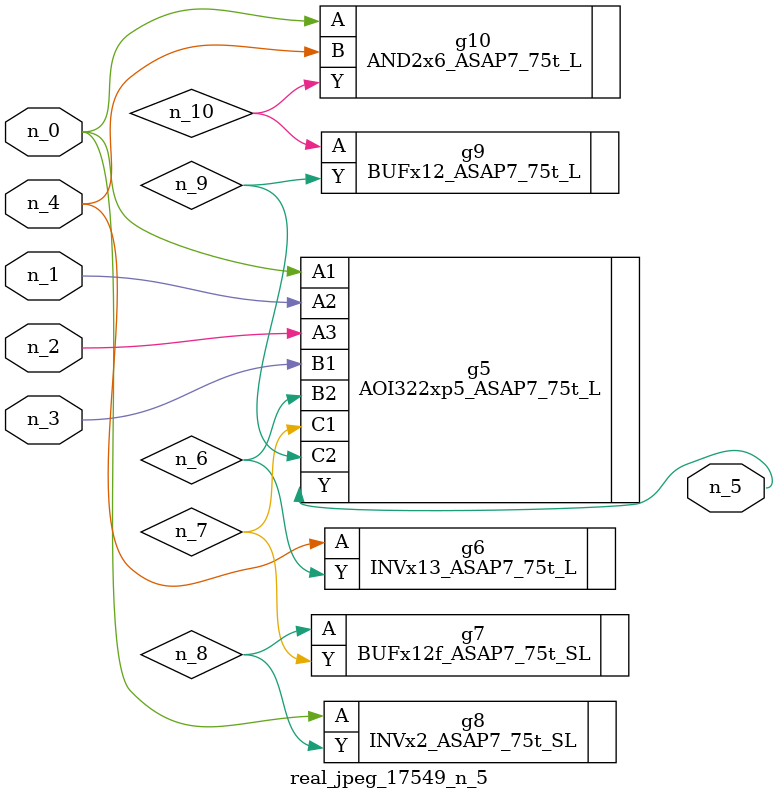
<source format=v>
module real_jpeg_17549_n_5 (n_4, n_0, n_1, n_2, n_3, n_5);

input n_4;
input n_0;
input n_1;
input n_2;
input n_3;

output n_5;

wire n_8;
wire n_6;
wire n_7;
wire n_10;
wire n_9;

AOI322xp5_ASAP7_75t_L g5 ( 
.A1(n_0),
.A2(n_1),
.A3(n_2),
.B1(n_3),
.B2(n_6),
.C1(n_7),
.C2(n_9),
.Y(n_5)
);

INVx2_ASAP7_75t_SL g8 ( 
.A(n_0),
.Y(n_8)
);

AND2x6_ASAP7_75t_L g10 ( 
.A(n_0),
.B(n_4),
.Y(n_10)
);

INVx13_ASAP7_75t_L g6 ( 
.A(n_4),
.Y(n_6)
);

BUFx12f_ASAP7_75t_SL g7 ( 
.A(n_8),
.Y(n_7)
);

BUFx12_ASAP7_75t_L g9 ( 
.A(n_10),
.Y(n_9)
);


endmodule
</source>
